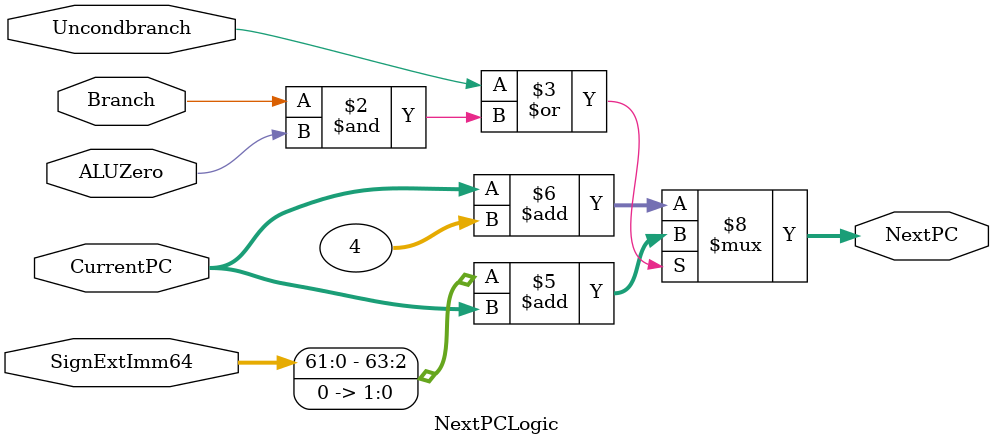
<source format=v>
module NextPCLogic(
    output reg [63:0] NextPC,
    input      [63:0] CurrentPC,
    input      [63:0] SignExtImm64,
    input             Branch,
    input             ALUZero,
    input             Uncondbranch
);

	always@ (Uncondbranch or Branch or ALUZero or SignExtImm64 or CurrentPC)	//when these values change, execute block
	begin
		if(Uncondbranch | (Branch & ALUZero))										//logic for the need to branch in dataflow
		   	NextPC = #3 (SignExtImm64 << 2) + CurrentPC;							//nextPC value when branch is taken
		else
		   	NextPC = #2 CurrentPC + 4;												//nextPC value when branch is not taken.
	end

endmodule

</source>
